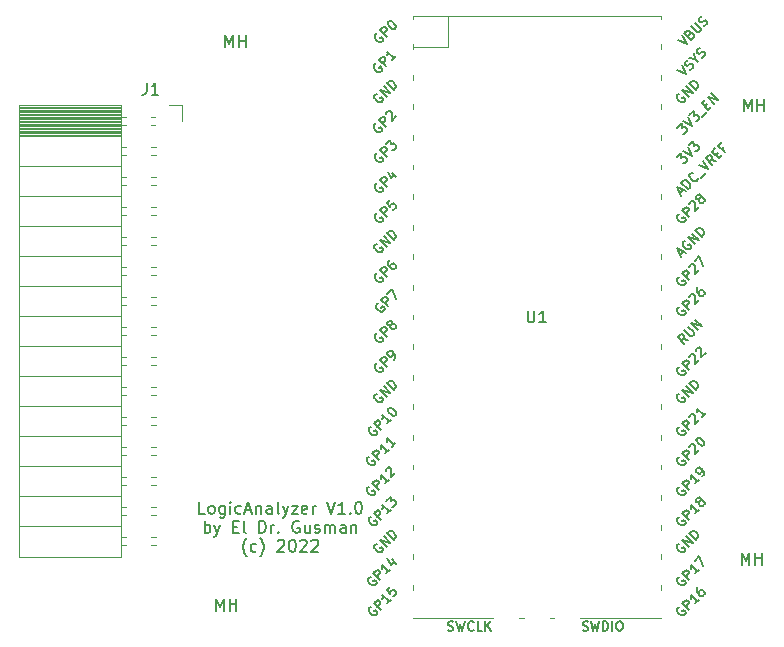
<source format=gto>
G04 #@! TF.GenerationSoftware,KiCad,Pcbnew,(6.0.4)*
G04 #@! TF.CreationDate,2022-06-28T09:06:08+02:00*
G04 #@! TF.ProjectId,LogicAnalyzer,4c6f6769-6341-46e6-916c-797a65722e6b,rev?*
G04 #@! TF.SameCoordinates,Original*
G04 #@! TF.FileFunction,Legend,Top*
G04 #@! TF.FilePolarity,Positive*
%FSLAX46Y46*%
G04 Gerber Fmt 4.6, Leading zero omitted, Abs format (unit mm)*
G04 Created by KiCad (PCBNEW (6.0.4)) date 2022-06-28 09:06:08*
%MOMM*%
%LPD*%
G01*
G04 APERTURE LIST*
%ADD10C,0.150000*%
%ADD11C,0.120000*%
%ADD12O,1.500000X1.500000*%
%ADD13O,1.800000X1.800000*%
%ADD14R,3.500000X1.700000*%
%ADD15O,1.700000X1.700000*%
%ADD16R,1.700000X1.700000*%
%ADD17R,1.700000X3.500000*%
%ADD18C,5.600000*%
%ADD19C,3.600000*%
G04 APERTURE END LIST*
D10*
X80119047Y-105442380D02*
X79642857Y-105442380D01*
X79642857Y-104442380D01*
X80595238Y-105442380D02*
X80500000Y-105394761D01*
X80452380Y-105347142D01*
X80404761Y-105251904D01*
X80404761Y-104966190D01*
X80452380Y-104870952D01*
X80500000Y-104823333D01*
X80595238Y-104775714D01*
X80738095Y-104775714D01*
X80833333Y-104823333D01*
X80880952Y-104870952D01*
X80928571Y-104966190D01*
X80928571Y-105251904D01*
X80880952Y-105347142D01*
X80833333Y-105394761D01*
X80738095Y-105442380D01*
X80595238Y-105442380D01*
X81785714Y-104775714D02*
X81785714Y-105585238D01*
X81738095Y-105680476D01*
X81690476Y-105728095D01*
X81595238Y-105775714D01*
X81452380Y-105775714D01*
X81357142Y-105728095D01*
X81785714Y-105394761D02*
X81690476Y-105442380D01*
X81500000Y-105442380D01*
X81404761Y-105394761D01*
X81357142Y-105347142D01*
X81309523Y-105251904D01*
X81309523Y-104966190D01*
X81357142Y-104870952D01*
X81404761Y-104823333D01*
X81500000Y-104775714D01*
X81690476Y-104775714D01*
X81785714Y-104823333D01*
X82261904Y-105442380D02*
X82261904Y-104775714D01*
X82261904Y-104442380D02*
X82214285Y-104490000D01*
X82261904Y-104537619D01*
X82309523Y-104490000D01*
X82261904Y-104442380D01*
X82261904Y-104537619D01*
X83166666Y-105394761D02*
X83071428Y-105442380D01*
X82880952Y-105442380D01*
X82785714Y-105394761D01*
X82738095Y-105347142D01*
X82690476Y-105251904D01*
X82690476Y-104966190D01*
X82738095Y-104870952D01*
X82785714Y-104823333D01*
X82880952Y-104775714D01*
X83071428Y-104775714D01*
X83166666Y-104823333D01*
X83547619Y-105156666D02*
X84023809Y-105156666D01*
X83452380Y-105442380D02*
X83785714Y-104442380D01*
X84119047Y-105442380D01*
X84452380Y-104775714D02*
X84452380Y-105442380D01*
X84452380Y-104870952D02*
X84500000Y-104823333D01*
X84595238Y-104775714D01*
X84738095Y-104775714D01*
X84833333Y-104823333D01*
X84880952Y-104918571D01*
X84880952Y-105442380D01*
X85785714Y-105442380D02*
X85785714Y-104918571D01*
X85738095Y-104823333D01*
X85642857Y-104775714D01*
X85452380Y-104775714D01*
X85357142Y-104823333D01*
X85785714Y-105394761D02*
X85690476Y-105442380D01*
X85452380Y-105442380D01*
X85357142Y-105394761D01*
X85309523Y-105299523D01*
X85309523Y-105204285D01*
X85357142Y-105109047D01*
X85452380Y-105061428D01*
X85690476Y-105061428D01*
X85785714Y-105013809D01*
X86404761Y-105442380D02*
X86309523Y-105394761D01*
X86261904Y-105299523D01*
X86261904Y-104442380D01*
X86690476Y-104775714D02*
X86928571Y-105442380D01*
X87166666Y-104775714D02*
X86928571Y-105442380D01*
X86833333Y-105680476D01*
X86785714Y-105728095D01*
X86690476Y-105775714D01*
X87452380Y-104775714D02*
X87976190Y-104775714D01*
X87452380Y-105442380D01*
X87976190Y-105442380D01*
X88738095Y-105394761D02*
X88642857Y-105442380D01*
X88452380Y-105442380D01*
X88357142Y-105394761D01*
X88309523Y-105299523D01*
X88309523Y-104918571D01*
X88357142Y-104823333D01*
X88452380Y-104775714D01*
X88642857Y-104775714D01*
X88738095Y-104823333D01*
X88785714Y-104918571D01*
X88785714Y-105013809D01*
X88309523Y-105109047D01*
X89214285Y-105442380D02*
X89214285Y-104775714D01*
X89214285Y-104966190D02*
X89261904Y-104870952D01*
X89309523Y-104823333D01*
X89404761Y-104775714D01*
X89500000Y-104775714D01*
X90452380Y-104442380D02*
X90785714Y-105442380D01*
X91119047Y-104442380D01*
X91976190Y-105442380D02*
X91404761Y-105442380D01*
X91690476Y-105442380D02*
X91690476Y-104442380D01*
X91595238Y-104585238D01*
X91500000Y-104680476D01*
X91404761Y-104728095D01*
X92404761Y-105347142D02*
X92452380Y-105394761D01*
X92404761Y-105442380D01*
X92357142Y-105394761D01*
X92404761Y-105347142D01*
X92404761Y-105442380D01*
X93071428Y-104442380D02*
X93166666Y-104442380D01*
X93261904Y-104490000D01*
X93309523Y-104537619D01*
X93357142Y-104632857D01*
X93404761Y-104823333D01*
X93404761Y-105061428D01*
X93357142Y-105251904D01*
X93309523Y-105347142D01*
X93261904Y-105394761D01*
X93166666Y-105442380D01*
X93071428Y-105442380D01*
X92976190Y-105394761D01*
X92928571Y-105347142D01*
X92880952Y-105251904D01*
X92833333Y-105061428D01*
X92833333Y-104823333D01*
X92880952Y-104632857D01*
X92928571Y-104537619D01*
X92976190Y-104490000D01*
X93071428Y-104442380D01*
X80071428Y-107052380D02*
X80071428Y-106052380D01*
X80071428Y-106433333D02*
X80166666Y-106385714D01*
X80357142Y-106385714D01*
X80452380Y-106433333D01*
X80500000Y-106480952D01*
X80547619Y-106576190D01*
X80547619Y-106861904D01*
X80500000Y-106957142D01*
X80452380Y-107004761D01*
X80357142Y-107052380D01*
X80166666Y-107052380D01*
X80071428Y-107004761D01*
X80880952Y-106385714D02*
X81119047Y-107052380D01*
X81357142Y-106385714D02*
X81119047Y-107052380D01*
X81023809Y-107290476D01*
X80976190Y-107338095D01*
X80880952Y-107385714D01*
X82500000Y-106528571D02*
X82833333Y-106528571D01*
X82976190Y-107052380D02*
X82500000Y-107052380D01*
X82500000Y-106052380D01*
X82976190Y-106052380D01*
X83547619Y-107052380D02*
X83452380Y-107004761D01*
X83404761Y-106909523D01*
X83404761Y-106052380D01*
X84690476Y-107052380D02*
X84690476Y-106052380D01*
X84928571Y-106052380D01*
X85071428Y-106100000D01*
X85166666Y-106195238D01*
X85214285Y-106290476D01*
X85261904Y-106480952D01*
X85261904Y-106623809D01*
X85214285Y-106814285D01*
X85166666Y-106909523D01*
X85071428Y-107004761D01*
X84928571Y-107052380D01*
X84690476Y-107052380D01*
X85690476Y-107052380D02*
X85690476Y-106385714D01*
X85690476Y-106576190D02*
X85738095Y-106480952D01*
X85785714Y-106433333D01*
X85880952Y-106385714D01*
X85976190Y-106385714D01*
X86309523Y-106957142D02*
X86357142Y-107004761D01*
X86309523Y-107052380D01*
X86261904Y-107004761D01*
X86309523Y-106957142D01*
X86309523Y-107052380D01*
X88071428Y-106100000D02*
X87976190Y-106052380D01*
X87833333Y-106052380D01*
X87690476Y-106100000D01*
X87595238Y-106195238D01*
X87547619Y-106290476D01*
X87500000Y-106480952D01*
X87500000Y-106623809D01*
X87547619Y-106814285D01*
X87595238Y-106909523D01*
X87690476Y-107004761D01*
X87833333Y-107052380D01*
X87928571Y-107052380D01*
X88071428Y-107004761D01*
X88119047Y-106957142D01*
X88119047Y-106623809D01*
X87928571Y-106623809D01*
X88976190Y-106385714D02*
X88976190Y-107052380D01*
X88547619Y-106385714D02*
X88547619Y-106909523D01*
X88595238Y-107004761D01*
X88690476Y-107052380D01*
X88833333Y-107052380D01*
X88928571Y-107004761D01*
X88976190Y-106957142D01*
X89404761Y-107004761D02*
X89500000Y-107052380D01*
X89690476Y-107052380D01*
X89785714Y-107004761D01*
X89833333Y-106909523D01*
X89833333Y-106861904D01*
X89785714Y-106766666D01*
X89690476Y-106719047D01*
X89547619Y-106719047D01*
X89452380Y-106671428D01*
X89404761Y-106576190D01*
X89404761Y-106528571D01*
X89452380Y-106433333D01*
X89547619Y-106385714D01*
X89690476Y-106385714D01*
X89785714Y-106433333D01*
X90261904Y-107052380D02*
X90261904Y-106385714D01*
X90261904Y-106480952D02*
X90309523Y-106433333D01*
X90404761Y-106385714D01*
X90547619Y-106385714D01*
X90642857Y-106433333D01*
X90690476Y-106528571D01*
X90690476Y-107052380D01*
X90690476Y-106528571D02*
X90738095Y-106433333D01*
X90833333Y-106385714D01*
X90976190Y-106385714D01*
X91071428Y-106433333D01*
X91119047Y-106528571D01*
X91119047Y-107052380D01*
X92023809Y-107052380D02*
X92023809Y-106528571D01*
X91976190Y-106433333D01*
X91880952Y-106385714D01*
X91690476Y-106385714D01*
X91595238Y-106433333D01*
X92023809Y-107004761D02*
X91928571Y-107052380D01*
X91690476Y-107052380D01*
X91595238Y-107004761D01*
X91547619Y-106909523D01*
X91547619Y-106814285D01*
X91595238Y-106719047D01*
X91690476Y-106671428D01*
X91928571Y-106671428D01*
X92023809Y-106623809D01*
X92500000Y-106385714D02*
X92500000Y-107052380D01*
X92500000Y-106480952D02*
X92547619Y-106433333D01*
X92642857Y-106385714D01*
X92785714Y-106385714D01*
X92880952Y-106433333D01*
X92928571Y-106528571D01*
X92928571Y-107052380D01*
X83642857Y-109043333D02*
X83595238Y-108995714D01*
X83500000Y-108852857D01*
X83452380Y-108757619D01*
X83404761Y-108614761D01*
X83357142Y-108376666D01*
X83357142Y-108186190D01*
X83404761Y-107948095D01*
X83452380Y-107805238D01*
X83500000Y-107710000D01*
X83595238Y-107567142D01*
X83642857Y-107519523D01*
X84452380Y-108614761D02*
X84357142Y-108662380D01*
X84166666Y-108662380D01*
X84071428Y-108614761D01*
X84023809Y-108567142D01*
X83976190Y-108471904D01*
X83976190Y-108186190D01*
X84023809Y-108090952D01*
X84071428Y-108043333D01*
X84166666Y-107995714D01*
X84357142Y-107995714D01*
X84452380Y-108043333D01*
X84785714Y-109043333D02*
X84833333Y-108995714D01*
X84928571Y-108852857D01*
X84976190Y-108757619D01*
X85023809Y-108614761D01*
X85071428Y-108376666D01*
X85071428Y-108186190D01*
X85023809Y-107948095D01*
X84976190Y-107805238D01*
X84928571Y-107710000D01*
X84833333Y-107567142D01*
X84785714Y-107519523D01*
X86261904Y-107757619D02*
X86309523Y-107710000D01*
X86404761Y-107662380D01*
X86642857Y-107662380D01*
X86738095Y-107710000D01*
X86785714Y-107757619D01*
X86833333Y-107852857D01*
X86833333Y-107948095D01*
X86785714Y-108090952D01*
X86214285Y-108662380D01*
X86833333Y-108662380D01*
X87452380Y-107662380D02*
X87547619Y-107662380D01*
X87642857Y-107710000D01*
X87690476Y-107757619D01*
X87738095Y-107852857D01*
X87785714Y-108043333D01*
X87785714Y-108281428D01*
X87738095Y-108471904D01*
X87690476Y-108567142D01*
X87642857Y-108614761D01*
X87547619Y-108662380D01*
X87452380Y-108662380D01*
X87357142Y-108614761D01*
X87309523Y-108567142D01*
X87261904Y-108471904D01*
X87214285Y-108281428D01*
X87214285Y-108043333D01*
X87261904Y-107852857D01*
X87309523Y-107757619D01*
X87357142Y-107710000D01*
X87452380Y-107662380D01*
X88166666Y-107757619D02*
X88214285Y-107710000D01*
X88309523Y-107662380D01*
X88547619Y-107662380D01*
X88642857Y-107710000D01*
X88690476Y-107757619D01*
X88738095Y-107852857D01*
X88738095Y-107948095D01*
X88690476Y-108090952D01*
X88119047Y-108662380D01*
X88738095Y-108662380D01*
X89119047Y-107757619D02*
X89166666Y-107710000D01*
X89261904Y-107662380D01*
X89500000Y-107662380D01*
X89595238Y-107710000D01*
X89642857Y-107757619D01*
X89690476Y-107852857D01*
X89690476Y-107948095D01*
X89642857Y-108090952D01*
X89071428Y-108662380D01*
X89690476Y-108662380D01*
X107423095Y-88237380D02*
X107423095Y-89046904D01*
X107470714Y-89142142D01*
X107518333Y-89189761D01*
X107613571Y-89237380D01*
X107804047Y-89237380D01*
X107899285Y-89189761D01*
X107946904Y-89142142D01*
X107994523Y-89046904D01*
X107994523Y-88237380D01*
X108994523Y-89237380D02*
X108423095Y-89237380D01*
X108708809Y-89237380D02*
X108708809Y-88237380D01*
X108613571Y-88380238D01*
X108518333Y-88475476D01*
X108423095Y-88523095D01*
X94174722Y-98065592D02*
X94093910Y-98092529D01*
X94013097Y-98173341D01*
X93959223Y-98281091D01*
X93959223Y-98388841D01*
X93986160Y-98469653D01*
X94066972Y-98604340D01*
X94147784Y-98685152D01*
X94282471Y-98765964D01*
X94363284Y-98792902D01*
X94471033Y-98792902D01*
X94578783Y-98739027D01*
X94632658Y-98685152D01*
X94686532Y-98577402D01*
X94686532Y-98523528D01*
X94497971Y-98334966D01*
X94390221Y-98442715D01*
X94982844Y-98334966D02*
X94417158Y-97769280D01*
X94632658Y-97553781D01*
X94713470Y-97526844D01*
X94767345Y-97526844D01*
X94848157Y-97553781D01*
X94928969Y-97634593D01*
X94955906Y-97715406D01*
X94955906Y-97769280D01*
X94928969Y-97850093D01*
X94713470Y-98065592D01*
X95844841Y-97472969D02*
X95521592Y-97796218D01*
X95683216Y-97634593D02*
X95117531Y-97068908D01*
X95144468Y-97203595D01*
X95144468Y-97311345D01*
X95117531Y-97392157D01*
X95629341Y-96557097D02*
X95683216Y-96503223D01*
X95764028Y-96476285D01*
X95817903Y-96476285D01*
X95898715Y-96503223D01*
X96033402Y-96584035D01*
X96168089Y-96718722D01*
X96248902Y-96853409D01*
X96275839Y-96934221D01*
X96275839Y-96988096D01*
X96248902Y-97068908D01*
X96195027Y-97122783D01*
X96114215Y-97149720D01*
X96060340Y-97149720D01*
X95979528Y-97122783D01*
X95844841Y-97041971D01*
X95710154Y-96907284D01*
X95629341Y-96772597D01*
X95602404Y-96691784D01*
X95602404Y-96637910D01*
X95629341Y-96557097D01*
X94028722Y-103145592D02*
X93947910Y-103172529D01*
X93867097Y-103253341D01*
X93813223Y-103361091D01*
X93813223Y-103468841D01*
X93840160Y-103549653D01*
X93920972Y-103684340D01*
X94001784Y-103765152D01*
X94136471Y-103845964D01*
X94217284Y-103872902D01*
X94325033Y-103872902D01*
X94432783Y-103819027D01*
X94486658Y-103765152D01*
X94540532Y-103657402D01*
X94540532Y-103603528D01*
X94351971Y-103414966D01*
X94244221Y-103522715D01*
X94836844Y-103414966D02*
X94271158Y-102849280D01*
X94486658Y-102633781D01*
X94567470Y-102606844D01*
X94621345Y-102606844D01*
X94702157Y-102633781D01*
X94782969Y-102714593D01*
X94809906Y-102795406D01*
X94809906Y-102849280D01*
X94782969Y-102930093D01*
X94567470Y-103145592D01*
X95698841Y-102552969D02*
X95375592Y-102876218D01*
X95537216Y-102714593D02*
X94971531Y-102148908D01*
X94998468Y-102283595D01*
X94998468Y-102391345D01*
X94971531Y-102472157D01*
X95402529Y-101825659D02*
X95402529Y-101771784D01*
X95429467Y-101690972D01*
X95564154Y-101556285D01*
X95644966Y-101529348D01*
X95698841Y-101529348D01*
X95779653Y-101556285D01*
X95833528Y-101610160D01*
X95887402Y-101717910D01*
X95887402Y-102364407D01*
X96237589Y-102014221D01*
X120271158Y-107983155D02*
X120190346Y-108010093D01*
X120109534Y-108090905D01*
X120055659Y-108198654D01*
X120055659Y-108306404D01*
X120082597Y-108387216D01*
X120163409Y-108521903D01*
X120244221Y-108602715D01*
X120378908Y-108683528D01*
X120459720Y-108710465D01*
X120567470Y-108710465D01*
X120675219Y-108656590D01*
X120729094Y-108602715D01*
X120782969Y-108494966D01*
X120782969Y-108441091D01*
X120594407Y-108252529D01*
X120486658Y-108360279D01*
X121079280Y-108252529D02*
X120513595Y-107686844D01*
X121402529Y-107929280D01*
X120836844Y-107363595D01*
X121671903Y-107659906D02*
X121106218Y-107094221D01*
X121240905Y-106959534D01*
X121348654Y-106905659D01*
X121456404Y-106905659D01*
X121537216Y-106932597D01*
X121671903Y-107013409D01*
X121752715Y-107094221D01*
X121833528Y-107228908D01*
X121860465Y-107309720D01*
X121860465Y-107417470D01*
X121806590Y-107525219D01*
X121671903Y-107659906D01*
X120282722Y-80031592D02*
X120201910Y-80058529D01*
X120121097Y-80139341D01*
X120067223Y-80247091D01*
X120067223Y-80354841D01*
X120094160Y-80435653D01*
X120174972Y-80570340D01*
X120255784Y-80651152D01*
X120390471Y-80731964D01*
X120471284Y-80758902D01*
X120579033Y-80758902D01*
X120686783Y-80705027D01*
X120740658Y-80651152D01*
X120794532Y-80543402D01*
X120794532Y-80489528D01*
X120605971Y-80300966D01*
X120498221Y-80408715D01*
X121090844Y-80300966D02*
X120525158Y-79735280D01*
X120740658Y-79519781D01*
X120821470Y-79492844D01*
X120875345Y-79492844D01*
X120956157Y-79519781D01*
X121036969Y-79600593D01*
X121063906Y-79681406D01*
X121063906Y-79735280D01*
X121036969Y-79816093D01*
X120821470Y-80031592D01*
X121117781Y-79250407D02*
X121117781Y-79196532D01*
X121144719Y-79115720D01*
X121279406Y-78981033D01*
X121360218Y-78954096D01*
X121414093Y-78954096D01*
X121494905Y-78981033D01*
X121548780Y-79034908D01*
X121602654Y-79142658D01*
X121602654Y-79789155D01*
X121952841Y-79438969D01*
X121952841Y-78792471D02*
X121872028Y-78819409D01*
X121818154Y-78819409D01*
X121737341Y-78792471D01*
X121710404Y-78765534D01*
X121683467Y-78684722D01*
X121683467Y-78630847D01*
X121710404Y-78550035D01*
X121818154Y-78442285D01*
X121898966Y-78415348D01*
X121952841Y-78415348D01*
X122033653Y-78442285D01*
X122060590Y-78469223D01*
X122087528Y-78550035D01*
X122087528Y-78603910D01*
X122060590Y-78684722D01*
X121952841Y-78792471D01*
X121925903Y-78873284D01*
X121925903Y-78927158D01*
X121952841Y-79007971D01*
X122060590Y-79115720D01*
X122141402Y-79142658D01*
X122195277Y-79142658D01*
X122276089Y-79115720D01*
X122383839Y-79007971D01*
X122410776Y-78927158D01*
X122410776Y-78873284D01*
X122383839Y-78792471D01*
X122276089Y-78684722D01*
X122195277Y-78657784D01*
X122141402Y-78657784D01*
X122060590Y-78684722D01*
X120282722Y-113305592D02*
X120201910Y-113332529D01*
X120121097Y-113413341D01*
X120067223Y-113521091D01*
X120067223Y-113628841D01*
X120094160Y-113709653D01*
X120174972Y-113844340D01*
X120255784Y-113925152D01*
X120390471Y-114005964D01*
X120471284Y-114032902D01*
X120579033Y-114032902D01*
X120686783Y-113979027D01*
X120740658Y-113925152D01*
X120794532Y-113817402D01*
X120794532Y-113763528D01*
X120605971Y-113574966D01*
X120498221Y-113682715D01*
X121090844Y-113574966D02*
X120525158Y-113009280D01*
X120740658Y-112793781D01*
X120821470Y-112766844D01*
X120875345Y-112766844D01*
X120956157Y-112793781D01*
X121036969Y-112874593D01*
X121063906Y-112955406D01*
X121063906Y-113009280D01*
X121036969Y-113090093D01*
X120821470Y-113305592D01*
X121952841Y-112712969D02*
X121629592Y-113036218D01*
X121791216Y-112874593D02*
X121225531Y-112308908D01*
X121252468Y-112443595D01*
X121252468Y-112551345D01*
X121225531Y-112632157D01*
X121872028Y-111662410D02*
X121764279Y-111770160D01*
X121737341Y-111850972D01*
X121737341Y-111904847D01*
X121764279Y-112039534D01*
X121845091Y-112174221D01*
X122060590Y-112389720D01*
X122141402Y-112416658D01*
X122195277Y-112416658D01*
X122276089Y-112389720D01*
X122383839Y-112281971D01*
X122410776Y-112201158D01*
X122410776Y-112147284D01*
X122383839Y-112066471D01*
X122249152Y-111931784D01*
X122168340Y-111904847D01*
X122114465Y-111904847D01*
X122033653Y-111931784D01*
X121925903Y-112039534D01*
X121898966Y-112120346D01*
X121898966Y-112174221D01*
X121925903Y-112255033D01*
X112089761Y-115308809D02*
X112204047Y-115346904D01*
X112394523Y-115346904D01*
X112470714Y-115308809D01*
X112508809Y-115270714D01*
X112546904Y-115194523D01*
X112546904Y-115118333D01*
X112508809Y-115042142D01*
X112470714Y-115004047D01*
X112394523Y-114965952D01*
X112242142Y-114927857D01*
X112165952Y-114889761D01*
X112127857Y-114851666D01*
X112089761Y-114775476D01*
X112089761Y-114699285D01*
X112127857Y-114623095D01*
X112165952Y-114585000D01*
X112242142Y-114546904D01*
X112432619Y-114546904D01*
X112546904Y-114585000D01*
X112813571Y-114546904D02*
X113004047Y-115346904D01*
X113156428Y-114775476D01*
X113308809Y-115346904D01*
X113499285Y-114546904D01*
X113804047Y-115346904D02*
X113804047Y-114546904D01*
X113994523Y-114546904D01*
X114108809Y-114585000D01*
X114185000Y-114661190D01*
X114223095Y-114737380D01*
X114261190Y-114889761D01*
X114261190Y-115004047D01*
X114223095Y-115156428D01*
X114185000Y-115232619D01*
X114108809Y-115308809D01*
X113994523Y-115346904D01*
X113804047Y-115346904D01*
X114604047Y-115346904D02*
X114604047Y-114546904D01*
X115137380Y-114546904D02*
X115289761Y-114546904D01*
X115365952Y-114585000D01*
X115442142Y-114661190D01*
X115480238Y-114813571D01*
X115480238Y-115080238D01*
X115442142Y-115232619D01*
X115365952Y-115308809D01*
X115289761Y-115346904D01*
X115137380Y-115346904D01*
X115061190Y-115308809D01*
X114985000Y-115232619D01*
X114946904Y-115080238D01*
X114946904Y-114813571D01*
X114985000Y-114661190D01*
X115061190Y-114585000D01*
X115137380Y-114546904D01*
X120107131Y-72743308D02*
X120457317Y-72393122D01*
X120484255Y-72797183D01*
X120565067Y-72716370D01*
X120645879Y-72689433D01*
X120699754Y-72689433D01*
X120780566Y-72716370D01*
X120915253Y-72851057D01*
X120942190Y-72931870D01*
X120942190Y-72985744D01*
X120915253Y-73066557D01*
X120753629Y-73228181D01*
X120672816Y-73255118D01*
X120618942Y-73255118D01*
X120618942Y-72231497D02*
X121373189Y-72608621D01*
X120996065Y-71854374D01*
X121130752Y-71719687D02*
X121480938Y-71369500D01*
X121507876Y-71773561D01*
X121588688Y-71692749D01*
X121669500Y-71665812D01*
X121723375Y-71665812D01*
X121804187Y-71692749D01*
X121938874Y-71827436D01*
X121965812Y-71908248D01*
X121965812Y-71962123D01*
X121938874Y-72042935D01*
X121777250Y-72204560D01*
X121696438Y-72231497D01*
X121642563Y-72231497D01*
X122208248Y-71881311D02*
X122639247Y-71450312D01*
X122423748Y-70965439D02*
X122612309Y-70776877D01*
X122989433Y-70992377D02*
X122720059Y-71261751D01*
X122154374Y-70696065D01*
X122423748Y-70426691D01*
X123231870Y-70749940D02*
X122666184Y-70184255D01*
X123555118Y-70426691D01*
X122989433Y-69861006D01*
X94671158Y-69883155D02*
X94590346Y-69910093D01*
X94509534Y-69990905D01*
X94455659Y-70098654D01*
X94455659Y-70206404D01*
X94482597Y-70287216D01*
X94563409Y-70421903D01*
X94644221Y-70502715D01*
X94778908Y-70583528D01*
X94859720Y-70610465D01*
X94967470Y-70610465D01*
X95075219Y-70556590D01*
X95129094Y-70502715D01*
X95182969Y-70394966D01*
X95182969Y-70341091D01*
X94994407Y-70152529D01*
X94886658Y-70260279D01*
X95479280Y-70152529D02*
X94913595Y-69586844D01*
X95802529Y-69829280D01*
X95236844Y-69263595D01*
X96071903Y-69559906D02*
X95506218Y-68994221D01*
X95640905Y-68859534D01*
X95748654Y-68805659D01*
X95856404Y-68805659D01*
X95937216Y-68832597D01*
X96071903Y-68913409D01*
X96152715Y-68994221D01*
X96233528Y-69128908D01*
X96260465Y-69209720D01*
X96260465Y-69317470D01*
X96206590Y-69425219D01*
X96071903Y-69559906D01*
X94698096Y-77476218D02*
X94617284Y-77503155D01*
X94536471Y-77583967D01*
X94482597Y-77691717D01*
X94482597Y-77799467D01*
X94509534Y-77880279D01*
X94590346Y-78014966D01*
X94671158Y-78095778D01*
X94805845Y-78176590D01*
X94886658Y-78203528D01*
X94994407Y-78203528D01*
X95102157Y-78149653D01*
X95156032Y-78095778D01*
X95209906Y-77988028D01*
X95209906Y-77934154D01*
X95021345Y-77745592D01*
X94913595Y-77853341D01*
X95506218Y-77745592D02*
X94940532Y-77179906D01*
X95156032Y-76964407D01*
X95236844Y-76937470D01*
X95290719Y-76937470D01*
X95371531Y-76964407D01*
X95452343Y-77045219D01*
X95479280Y-77126032D01*
X95479280Y-77179906D01*
X95452343Y-77260719D01*
X95236844Y-77476218D01*
X95937216Y-76560346D02*
X96314340Y-76937470D01*
X95587030Y-76479534D02*
X95856404Y-77018282D01*
X96206590Y-76668096D01*
X120138129Y-65312309D02*
X120892377Y-65689433D01*
X120515253Y-64935186D01*
X121161751Y-64827436D02*
X121269500Y-64773561D01*
X121323375Y-64773561D01*
X121404187Y-64800499D01*
X121484999Y-64881311D01*
X121511937Y-64962123D01*
X121511937Y-65015998D01*
X121485000Y-65096810D01*
X121269500Y-65312309D01*
X120703815Y-64746624D01*
X120892377Y-64558062D01*
X120973189Y-64531125D01*
X121027064Y-64531125D01*
X121107876Y-64558062D01*
X121161751Y-64611937D01*
X121188688Y-64692749D01*
X121188688Y-64746624D01*
X121161751Y-64827436D01*
X120973189Y-65015998D01*
X121269500Y-64180938D02*
X121727436Y-64638874D01*
X121808248Y-64665812D01*
X121862123Y-64665812D01*
X121942935Y-64638874D01*
X122050685Y-64531125D01*
X122077622Y-64450312D01*
X122077622Y-64396438D01*
X122050685Y-64315625D01*
X121592749Y-63857690D01*
X122373934Y-64154001D02*
X122481683Y-64100126D01*
X122616370Y-63965439D01*
X122643308Y-63884627D01*
X122643308Y-63830752D01*
X122616370Y-63749940D01*
X122562496Y-63696065D01*
X122481683Y-63669128D01*
X122427809Y-63669128D01*
X122346996Y-63696065D01*
X122212309Y-63776877D01*
X122131497Y-63803815D01*
X122077622Y-63803815D01*
X121996810Y-63776877D01*
X121942935Y-63723003D01*
X121915998Y-63642190D01*
X121915998Y-63588316D01*
X121942935Y-63507503D01*
X122077622Y-63372816D01*
X122185372Y-63318942D01*
X120271158Y-95283155D02*
X120190346Y-95310093D01*
X120109534Y-95390905D01*
X120055659Y-95498654D01*
X120055659Y-95606404D01*
X120082597Y-95687216D01*
X120163409Y-95821903D01*
X120244221Y-95902715D01*
X120378908Y-95983528D01*
X120459720Y-96010465D01*
X120567470Y-96010465D01*
X120675219Y-95956590D01*
X120729094Y-95902715D01*
X120782969Y-95794966D01*
X120782969Y-95741091D01*
X120594407Y-95552529D01*
X120486658Y-95660279D01*
X121079280Y-95552529D02*
X120513595Y-94986844D01*
X121402529Y-95229280D01*
X120836844Y-94663595D01*
X121671903Y-94959906D02*
X121106218Y-94394221D01*
X121240905Y-94259534D01*
X121348654Y-94205659D01*
X121456404Y-94205659D01*
X121537216Y-94232597D01*
X121671903Y-94313409D01*
X121752715Y-94394221D01*
X121833528Y-94528908D01*
X121860465Y-94609720D01*
X121860465Y-94717470D01*
X121806590Y-94825219D01*
X121671903Y-94959906D01*
X94698096Y-85096218D02*
X94617284Y-85123155D01*
X94536471Y-85203967D01*
X94482597Y-85311717D01*
X94482597Y-85419467D01*
X94509534Y-85500279D01*
X94590346Y-85634966D01*
X94671158Y-85715778D01*
X94805845Y-85796590D01*
X94886658Y-85823528D01*
X94994407Y-85823528D01*
X95102157Y-85769653D01*
X95156032Y-85715778D01*
X95209906Y-85608028D01*
X95209906Y-85554154D01*
X95021345Y-85365592D01*
X94913595Y-85473341D01*
X95506218Y-85365592D02*
X94940532Y-84799906D01*
X95156032Y-84584407D01*
X95236844Y-84557470D01*
X95290719Y-84557470D01*
X95371531Y-84584407D01*
X95452343Y-84665219D01*
X95479280Y-84746032D01*
X95479280Y-84799906D01*
X95452343Y-84880719D01*
X95236844Y-85096218D01*
X95748654Y-83991784D02*
X95640905Y-84099534D01*
X95613967Y-84180346D01*
X95613967Y-84234221D01*
X95640905Y-84368908D01*
X95721717Y-84503595D01*
X95937216Y-84719094D01*
X96018028Y-84746032D01*
X96071903Y-84746032D01*
X96152715Y-84719094D01*
X96260465Y-84611345D01*
X96287402Y-84530532D01*
X96287402Y-84476658D01*
X96260465Y-84395845D01*
X96125778Y-84261158D01*
X96044966Y-84234221D01*
X95991091Y-84234221D01*
X95910279Y-84261158D01*
X95802529Y-84368908D01*
X95775592Y-84449720D01*
X95775592Y-84503595D01*
X95802529Y-84584407D01*
X120282722Y-103145592D02*
X120201910Y-103172529D01*
X120121097Y-103253341D01*
X120067223Y-103361091D01*
X120067223Y-103468841D01*
X120094160Y-103549653D01*
X120174972Y-103684340D01*
X120255784Y-103765152D01*
X120390471Y-103845964D01*
X120471284Y-103872902D01*
X120579033Y-103872902D01*
X120686783Y-103819027D01*
X120740658Y-103765152D01*
X120794532Y-103657402D01*
X120794532Y-103603528D01*
X120605971Y-103414966D01*
X120498221Y-103522715D01*
X121090844Y-103414966D02*
X120525158Y-102849280D01*
X120740658Y-102633781D01*
X120821470Y-102606844D01*
X120875345Y-102606844D01*
X120956157Y-102633781D01*
X121036969Y-102714593D01*
X121063906Y-102795406D01*
X121063906Y-102849280D01*
X121036969Y-102930093D01*
X120821470Y-103145592D01*
X121952841Y-102552969D02*
X121629592Y-102876218D01*
X121791216Y-102714593D02*
X121225531Y-102148908D01*
X121252468Y-102283595D01*
X121252468Y-102391345D01*
X121225531Y-102472157D01*
X122222215Y-102283595D02*
X122329964Y-102175845D01*
X122356902Y-102095033D01*
X122356902Y-102041158D01*
X122329964Y-101906471D01*
X122249152Y-101771784D01*
X122033653Y-101556285D01*
X121952841Y-101529348D01*
X121898966Y-101529348D01*
X121818154Y-101556285D01*
X121710404Y-101664035D01*
X121683467Y-101744847D01*
X121683467Y-101798722D01*
X121710404Y-101879534D01*
X121845091Y-102014221D01*
X121925903Y-102041158D01*
X121979778Y-102041158D01*
X122060590Y-102014221D01*
X122168340Y-101906471D01*
X122195277Y-101825659D01*
X122195277Y-101771784D01*
X122168340Y-101690972D01*
X94174722Y-105685592D02*
X94093910Y-105712529D01*
X94013097Y-105793341D01*
X93959223Y-105901091D01*
X93959223Y-106008841D01*
X93986160Y-106089653D01*
X94066972Y-106224340D01*
X94147784Y-106305152D01*
X94282471Y-106385964D01*
X94363284Y-106412902D01*
X94471033Y-106412902D01*
X94578783Y-106359027D01*
X94632658Y-106305152D01*
X94686532Y-106197402D01*
X94686532Y-106143528D01*
X94497971Y-105954966D01*
X94390221Y-106062715D01*
X94982844Y-105954966D02*
X94417158Y-105389280D01*
X94632658Y-105173781D01*
X94713470Y-105146844D01*
X94767345Y-105146844D01*
X94848157Y-105173781D01*
X94928969Y-105254593D01*
X94955906Y-105335406D01*
X94955906Y-105389280D01*
X94928969Y-105470093D01*
X94713470Y-105685592D01*
X95844841Y-105092969D02*
X95521592Y-105416218D01*
X95683216Y-105254593D02*
X95117531Y-104688908D01*
X95144468Y-104823595D01*
X95144468Y-104931345D01*
X95117531Y-105012157D01*
X95467717Y-104338722D02*
X95817903Y-103988536D01*
X95844841Y-104392597D01*
X95925653Y-104311784D01*
X96006465Y-104284847D01*
X96060340Y-104284847D01*
X96141152Y-104311784D01*
X96275839Y-104446471D01*
X96302776Y-104527284D01*
X96302776Y-104581158D01*
X96275839Y-104661971D01*
X96114215Y-104823595D01*
X96033402Y-104850532D01*
X95979528Y-104850532D01*
X120282722Y-92985592D02*
X120201910Y-93012529D01*
X120121097Y-93093341D01*
X120067223Y-93201091D01*
X120067223Y-93308841D01*
X120094160Y-93389653D01*
X120174972Y-93524340D01*
X120255784Y-93605152D01*
X120390471Y-93685964D01*
X120471284Y-93712902D01*
X120579033Y-93712902D01*
X120686783Y-93659027D01*
X120740658Y-93605152D01*
X120794532Y-93497402D01*
X120794532Y-93443528D01*
X120605971Y-93254966D01*
X120498221Y-93362715D01*
X121090844Y-93254966D02*
X120525158Y-92689280D01*
X120740658Y-92473781D01*
X120821470Y-92446844D01*
X120875345Y-92446844D01*
X120956157Y-92473781D01*
X121036969Y-92554593D01*
X121063906Y-92635406D01*
X121063906Y-92689280D01*
X121036969Y-92770093D01*
X120821470Y-92985592D01*
X121117781Y-92204407D02*
X121117781Y-92150532D01*
X121144719Y-92069720D01*
X121279406Y-91935033D01*
X121360218Y-91908096D01*
X121414093Y-91908096D01*
X121494905Y-91935033D01*
X121548780Y-91988908D01*
X121602654Y-92096658D01*
X121602654Y-92743155D01*
X121952841Y-92392969D01*
X121656529Y-91665659D02*
X121656529Y-91611784D01*
X121683467Y-91530972D01*
X121818154Y-91396285D01*
X121898966Y-91369348D01*
X121952841Y-91369348D01*
X122033653Y-91396285D01*
X122087528Y-91450160D01*
X122141402Y-91557910D01*
X122141402Y-92204407D01*
X122491589Y-91854221D01*
X120282722Y-100605592D02*
X120201910Y-100632529D01*
X120121097Y-100713341D01*
X120067223Y-100821091D01*
X120067223Y-100928841D01*
X120094160Y-101009653D01*
X120174972Y-101144340D01*
X120255784Y-101225152D01*
X120390471Y-101305964D01*
X120471284Y-101332902D01*
X120579033Y-101332902D01*
X120686783Y-101279027D01*
X120740658Y-101225152D01*
X120794532Y-101117402D01*
X120794532Y-101063528D01*
X120605971Y-100874966D01*
X120498221Y-100982715D01*
X121090844Y-100874966D02*
X120525158Y-100309280D01*
X120740658Y-100093781D01*
X120821470Y-100066844D01*
X120875345Y-100066844D01*
X120956157Y-100093781D01*
X121036969Y-100174593D01*
X121063906Y-100255406D01*
X121063906Y-100309280D01*
X121036969Y-100390093D01*
X120821470Y-100605592D01*
X121117781Y-99824407D02*
X121117781Y-99770532D01*
X121144719Y-99689720D01*
X121279406Y-99555033D01*
X121360218Y-99528096D01*
X121414093Y-99528096D01*
X121494905Y-99555033D01*
X121548780Y-99608908D01*
X121602654Y-99716658D01*
X121602654Y-100363155D01*
X121952841Y-100012969D01*
X121737341Y-99097097D02*
X121791216Y-99043223D01*
X121872028Y-99016285D01*
X121925903Y-99016285D01*
X122006715Y-99043223D01*
X122141402Y-99124035D01*
X122276089Y-99258722D01*
X122356902Y-99393409D01*
X122383839Y-99474221D01*
X122383839Y-99528096D01*
X122356902Y-99608908D01*
X122303027Y-99662783D01*
X122222215Y-99689720D01*
X122168340Y-99689720D01*
X122087528Y-99662783D01*
X121952841Y-99581971D01*
X121818154Y-99447284D01*
X121737341Y-99312597D01*
X121710404Y-99231784D01*
X121710404Y-99177910D01*
X121737341Y-99097097D01*
X120336597Y-83525964D02*
X120605971Y-83256590D01*
X120444346Y-83741463D02*
X120067223Y-82987216D01*
X120821470Y-83364340D01*
X120767595Y-82340719D02*
X120686783Y-82367656D01*
X120605971Y-82448468D01*
X120552096Y-82556218D01*
X120552096Y-82663967D01*
X120579033Y-82744780D01*
X120659845Y-82879467D01*
X120740658Y-82960279D01*
X120875345Y-83041091D01*
X120956157Y-83068028D01*
X121063906Y-83068028D01*
X121171656Y-83014154D01*
X121225531Y-82960279D01*
X121279406Y-82852529D01*
X121279406Y-82798654D01*
X121090844Y-82610093D01*
X120983094Y-82717842D01*
X121575717Y-82610093D02*
X121010032Y-82044407D01*
X121898966Y-82286844D01*
X121333280Y-81721158D01*
X122168340Y-82017470D02*
X121602654Y-81451784D01*
X121737341Y-81317097D01*
X121845091Y-81263223D01*
X121952841Y-81263223D01*
X122033653Y-81290160D01*
X122168340Y-81370972D01*
X122249152Y-81451784D01*
X122329964Y-81586471D01*
X122356902Y-81667284D01*
X122356902Y-81775033D01*
X122303027Y-81882783D01*
X122168340Y-82017470D01*
X94671158Y-82583155D02*
X94590346Y-82610093D01*
X94509534Y-82690905D01*
X94455659Y-82798654D01*
X94455659Y-82906404D01*
X94482597Y-82987216D01*
X94563409Y-83121903D01*
X94644221Y-83202715D01*
X94778908Y-83283528D01*
X94859720Y-83310465D01*
X94967470Y-83310465D01*
X95075219Y-83256590D01*
X95129094Y-83202715D01*
X95182969Y-83094966D01*
X95182969Y-83041091D01*
X94994407Y-82852529D01*
X94886658Y-82960279D01*
X95479280Y-82852529D02*
X94913595Y-82286844D01*
X95802529Y-82529280D01*
X95236844Y-81963595D01*
X96071903Y-82259906D02*
X95506218Y-81694221D01*
X95640905Y-81559534D01*
X95748654Y-81505659D01*
X95856404Y-81505659D01*
X95937216Y-81532597D01*
X96071903Y-81613409D01*
X96152715Y-81694221D01*
X96233528Y-81828908D01*
X96260465Y-81909720D01*
X96260465Y-82017470D01*
X96206590Y-82125219D01*
X96071903Y-82259906D01*
X121023375Y-90728435D02*
X120565439Y-90647622D01*
X120700126Y-91051683D02*
X120134441Y-90485998D01*
X120349940Y-90270499D01*
X120430752Y-90243561D01*
X120484627Y-90243561D01*
X120565439Y-90270499D01*
X120646251Y-90351311D01*
X120673189Y-90432123D01*
X120673189Y-90485998D01*
X120646251Y-90566810D01*
X120430752Y-90782309D01*
X120700126Y-89920312D02*
X121158062Y-90378248D01*
X121238874Y-90405186D01*
X121292749Y-90405186D01*
X121373561Y-90378248D01*
X121481311Y-90270499D01*
X121508248Y-90189687D01*
X121508248Y-90135812D01*
X121481311Y-90055000D01*
X121023375Y-89597064D01*
X121858435Y-89893375D02*
X121292749Y-89327690D01*
X122181683Y-89570126D01*
X121615998Y-89004441D01*
X94698096Y-64776218D02*
X94617284Y-64803155D01*
X94536471Y-64883967D01*
X94482597Y-64991717D01*
X94482597Y-65099467D01*
X94509534Y-65180279D01*
X94590346Y-65314966D01*
X94671158Y-65395778D01*
X94805845Y-65476590D01*
X94886658Y-65503528D01*
X94994407Y-65503528D01*
X95102157Y-65449653D01*
X95156032Y-65395778D01*
X95209906Y-65288028D01*
X95209906Y-65234154D01*
X95021345Y-65045592D01*
X94913595Y-65153341D01*
X95506218Y-65045592D02*
X94940532Y-64479906D01*
X95156032Y-64264407D01*
X95236844Y-64237470D01*
X95290719Y-64237470D01*
X95371531Y-64264407D01*
X95452343Y-64345219D01*
X95479280Y-64426032D01*
X95479280Y-64479906D01*
X95452343Y-64560719D01*
X95236844Y-64776218D01*
X95613967Y-63806471D02*
X95667842Y-63752597D01*
X95748654Y-63725659D01*
X95802529Y-63725659D01*
X95883341Y-63752597D01*
X96018028Y-63833409D01*
X96152715Y-63968096D01*
X96233528Y-64102783D01*
X96260465Y-64183595D01*
X96260465Y-64237470D01*
X96233528Y-64318282D01*
X96179653Y-64372157D01*
X96098841Y-64399094D01*
X96044966Y-64399094D01*
X95964154Y-64372157D01*
X95829467Y-64291345D01*
X95694780Y-64156658D01*
X95613967Y-64021971D01*
X95587030Y-63941158D01*
X95587030Y-63887284D01*
X95613967Y-63806471D01*
X94598096Y-67306218D02*
X94517284Y-67333155D01*
X94436471Y-67413967D01*
X94382597Y-67521717D01*
X94382597Y-67629467D01*
X94409534Y-67710279D01*
X94490346Y-67844966D01*
X94571158Y-67925778D01*
X94705845Y-68006590D01*
X94786658Y-68033528D01*
X94894407Y-68033528D01*
X95002157Y-67979653D01*
X95056032Y-67925778D01*
X95109906Y-67818028D01*
X95109906Y-67764154D01*
X94921345Y-67575592D01*
X94813595Y-67683341D01*
X95406218Y-67575592D02*
X94840532Y-67009906D01*
X95056032Y-66794407D01*
X95136844Y-66767470D01*
X95190719Y-66767470D01*
X95271531Y-66794407D01*
X95352343Y-66875219D01*
X95379280Y-66956032D01*
X95379280Y-67009906D01*
X95352343Y-67090719D01*
X95136844Y-67306218D01*
X96268215Y-66713595D02*
X95944966Y-67036844D01*
X96106590Y-66875219D02*
X95540905Y-66309534D01*
X95567842Y-66444221D01*
X95567842Y-66551971D01*
X95540905Y-66632783D01*
X120105473Y-67854966D02*
X120859720Y-68232089D01*
X120482597Y-67477842D01*
X121182969Y-67854966D02*
X121290719Y-67801091D01*
X121425406Y-67666404D01*
X121452343Y-67585592D01*
X121452343Y-67531717D01*
X121425406Y-67450905D01*
X121371531Y-67397030D01*
X121290719Y-67370093D01*
X121236844Y-67370093D01*
X121156032Y-67397030D01*
X121021345Y-67477842D01*
X120940532Y-67504780D01*
X120886658Y-67504780D01*
X120805845Y-67477842D01*
X120751971Y-67423967D01*
X120725033Y-67343155D01*
X120725033Y-67289280D01*
X120751971Y-67208468D01*
X120886658Y-67073781D01*
X120994407Y-67019906D01*
X121613967Y-66939094D02*
X121883341Y-67208468D01*
X121129094Y-66831345D02*
X121613967Y-66939094D01*
X121506218Y-66454221D01*
X122206590Y-66831345D02*
X122314340Y-66777470D01*
X122449027Y-66642783D01*
X122475964Y-66561971D01*
X122475964Y-66508096D01*
X122449027Y-66427284D01*
X122395152Y-66373409D01*
X122314340Y-66346471D01*
X122260465Y-66346471D01*
X122179653Y-66373409D01*
X122044966Y-66454221D01*
X121964154Y-66481158D01*
X121910279Y-66481158D01*
X121829467Y-66454221D01*
X121775592Y-66400346D01*
X121748654Y-66319534D01*
X121748654Y-66265659D01*
X121775592Y-66184847D01*
X121910279Y-66050160D01*
X122018028Y-65996285D01*
X94698096Y-90176218D02*
X94617284Y-90203155D01*
X94536471Y-90283967D01*
X94482597Y-90391717D01*
X94482597Y-90499467D01*
X94509534Y-90580279D01*
X94590346Y-90714966D01*
X94671158Y-90795778D01*
X94805845Y-90876590D01*
X94886658Y-90903528D01*
X94994407Y-90903528D01*
X95102157Y-90849653D01*
X95156032Y-90795778D01*
X95209906Y-90688028D01*
X95209906Y-90634154D01*
X95021345Y-90445592D01*
X94913595Y-90553341D01*
X95506218Y-90445592D02*
X94940532Y-89879906D01*
X95156032Y-89664407D01*
X95236844Y-89637470D01*
X95290719Y-89637470D01*
X95371531Y-89664407D01*
X95452343Y-89745219D01*
X95479280Y-89826032D01*
X95479280Y-89879906D01*
X95452343Y-89960719D01*
X95236844Y-90176218D01*
X95829467Y-89475845D02*
X95748654Y-89502783D01*
X95694780Y-89502783D01*
X95613967Y-89475845D01*
X95587030Y-89448908D01*
X95560093Y-89368096D01*
X95560093Y-89314221D01*
X95587030Y-89233409D01*
X95694780Y-89125659D01*
X95775592Y-89098722D01*
X95829467Y-89098722D01*
X95910279Y-89125659D01*
X95937216Y-89152597D01*
X95964154Y-89233409D01*
X95964154Y-89287284D01*
X95937216Y-89368096D01*
X95829467Y-89475845D01*
X95802529Y-89556658D01*
X95802529Y-89610532D01*
X95829467Y-89691345D01*
X95937216Y-89799094D01*
X96018028Y-89826032D01*
X96071903Y-89826032D01*
X96152715Y-89799094D01*
X96260465Y-89691345D01*
X96287402Y-89610532D01*
X96287402Y-89556658D01*
X96260465Y-89475845D01*
X96152715Y-89368096D01*
X96071903Y-89341158D01*
X96018028Y-89341158D01*
X95937216Y-89368096D01*
X94174722Y-113305592D02*
X94093910Y-113332529D01*
X94013097Y-113413341D01*
X93959223Y-113521091D01*
X93959223Y-113628841D01*
X93986160Y-113709653D01*
X94066972Y-113844340D01*
X94147784Y-113925152D01*
X94282471Y-114005964D01*
X94363284Y-114032902D01*
X94471033Y-114032902D01*
X94578783Y-113979027D01*
X94632658Y-113925152D01*
X94686532Y-113817402D01*
X94686532Y-113763528D01*
X94497971Y-113574966D01*
X94390221Y-113682715D01*
X94982844Y-113574966D02*
X94417158Y-113009280D01*
X94632658Y-112793781D01*
X94713470Y-112766844D01*
X94767345Y-112766844D01*
X94848157Y-112793781D01*
X94928969Y-112874593D01*
X94955906Y-112955406D01*
X94955906Y-113009280D01*
X94928969Y-113090093D01*
X94713470Y-113305592D01*
X95844841Y-112712969D02*
X95521592Y-113036218D01*
X95683216Y-112874593D02*
X95117531Y-112308908D01*
X95144468Y-112443595D01*
X95144468Y-112551345D01*
X95117531Y-112632157D01*
X95790966Y-111635473D02*
X95521592Y-111904847D01*
X95764028Y-112201158D01*
X95764028Y-112147284D01*
X95790966Y-112066471D01*
X95925653Y-111931784D01*
X96006465Y-111904847D01*
X96060340Y-111904847D01*
X96141152Y-111931784D01*
X96275839Y-112066471D01*
X96302776Y-112147284D01*
X96302776Y-112201158D01*
X96275839Y-112281971D01*
X96141152Y-112416658D01*
X96060340Y-112443595D01*
X96006465Y-112443595D01*
X120282722Y-98075592D02*
X120201910Y-98102529D01*
X120121097Y-98183341D01*
X120067223Y-98291091D01*
X120067223Y-98398841D01*
X120094160Y-98479653D01*
X120174972Y-98614340D01*
X120255784Y-98695152D01*
X120390471Y-98775964D01*
X120471284Y-98802902D01*
X120579033Y-98802902D01*
X120686783Y-98749027D01*
X120740658Y-98695152D01*
X120794532Y-98587402D01*
X120794532Y-98533528D01*
X120605971Y-98344966D01*
X120498221Y-98452715D01*
X121090844Y-98344966D02*
X120525158Y-97779280D01*
X120740658Y-97563781D01*
X120821470Y-97536844D01*
X120875345Y-97536844D01*
X120956157Y-97563781D01*
X121036969Y-97644593D01*
X121063906Y-97725406D01*
X121063906Y-97779280D01*
X121036969Y-97860093D01*
X120821470Y-98075592D01*
X121117781Y-97294407D02*
X121117781Y-97240532D01*
X121144719Y-97159720D01*
X121279406Y-97025033D01*
X121360218Y-96998096D01*
X121414093Y-96998096D01*
X121494905Y-97025033D01*
X121548780Y-97078908D01*
X121602654Y-97186658D01*
X121602654Y-97833155D01*
X121952841Y-97482969D01*
X122491589Y-96944221D02*
X122168340Y-97267470D01*
X122329964Y-97105845D02*
X121764279Y-96540160D01*
X121791216Y-96674847D01*
X121791216Y-96782597D01*
X121764279Y-96863409D01*
X120282722Y-87905592D02*
X120201910Y-87932529D01*
X120121097Y-88013341D01*
X120067223Y-88121091D01*
X120067223Y-88228841D01*
X120094160Y-88309653D01*
X120174972Y-88444340D01*
X120255784Y-88525152D01*
X120390471Y-88605964D01*
X120471284Y-88632902D01*
X120579033Y-88632902D01*
X120686783Y-88579027D01*
X120740658Y-88525152D01*
X120794532Y-88417402D01*
X120794532Y-88363528D01*
X120605971Y-88174966D01*
X120498221Y-88282715D01*
X121090844Y-88174966D02*
X120525158Y-87609280D01*
X120740658Y-87393781D01*
X120821470Y-87366844D01*
X120875345Y-87366844D01*
X120956157Y-87393781D01*
X121036969Y-87474593D01*
X121063906Y-87555406D01*
X121063906Y-87609280D01*
X121036969Y-87690093D01*
X120821470Y-87905592D01*
X121117781Y-87124407D02*
X121117781Y-87070532D01*
X121144719Y-86989720D01*
X121279406Y-86855033D01*
X121360218Y-86828096D01*
X121414093Y-86828096D01*
X121494905Y-86855033D01*
X121548780Y-86908908D01*
X121602654Y-87016658D01*
X121602654Y-87663155D01*
X121952841Y-87312969D01*
X121872028Y-86262410D02*
X121764279Y-86370160D01*
X121737341Y-86450972D01*
X121737341Y-86504847D01*
X121764279Y-86639534D01*
X121845091Y-86774221D01*
X122060590Y-86989720D01*
X122141402Y-87016658D01*
X122195277Y-87016658D01*
X122276089Y-86989720D01*
X122383839Y-86881971D01*
X122410776Y-86801158D01*
X122410776Y-86747284D01*
X122383839Y-86666471D01*
X122249152Y-86531784D01*
X122168340Y-86504847D01*
X122114465Y-86504847D01*
X122033653Y-86531784D01*
X121925903Y-86639534D01*
X121898966Y-86720346D01*
X121898966Y-86774221D01*
X121925903Y-86855033D01*
X100675476Y-115308809D02*
X100789761Y-115346904D01*
X100980238Y-115346904D01*
X101056428Y-115308809D01*
X101094523Y-115270714D01*
X101132619Y-115194523D01*
X101132619Y-115118333D01*
X101094523Y-115042142D01*
X101056428Y-115004047D01*
X100980238Y-114965952D01*
X100827857Y-114927857D01*
X100751666Y-114889761D01*
X100713571Y-114851666D01*
X100675476Y-114775476D01*
X100675476Y-114699285D01*
X100713571Y-114623095D01*
X100751666Y-114585000D01*
X100827857Y-114546904D01*
X101018333Y-114546904D01*
X101132619Y-114585000D01*
X101399285Y-114546904D02*
X101589761Y-115346904D01*
X101742142Y-114775476D01*
X101894523Y-115346904D01*
X102085000Y-114546904D01*
X102846904Y-115270714D02*
X102808809Y-115308809D01*
X102694523Y-115346904D01*
X102618333Y-115346904D01*
X102504047Y-115308809D01*
X102427857Y-115232619D01*
X102389761Y-115156428D01*
X102351666Y-115004047D01*
X102351666Y-114889761D01*
X102389761Y-114737380D01*
X102427857Y-114661190D01*
X102504047Y-114585000D01*
X102618333Y-114546904D01*
X102694523Y-114546904D01*
X102808809Y-114585000D01*
X102846904Y-114623095D01*
X103570714Y-115346904D02*
X103189761Y-115346904D01*
X103189761Y-114546904D01*
X103837380Y-115346904D02*
X103837380Y-114546904D01*
X104294523Y-115346904D02*
X103951666Y-114889761D01*
X104294523Y-114546904D02*
X103837380Y-115004047D01*
X94671158Y-95283155D02*
X94590346Y-95310093D01*
X94509534Y-95390905D01*
X94455659Y-95498654D01*
X94455659Y-95606404D01*
X94482597Y-95687216D01*
X94563409Y-95821903D01*
X94644221Y-95902715D01*
X94778908Y-95983528D01*
X94859720Y-96010465D01*
X94967470Y-96010465D01*
X95075219Y-95956590D01*
X95129094Y-95902715D01*
X95182969Y-95794966D01*
X95182969Y-95741091D01*
X94994407Y-95552529D01*
X94886658Y-95660279D01*
X95479280Y-95552529D02*
X94913595Y-94986844D01*
X95802529Y-95229280D01*
X95236844Y-94663595D01*
X96071903Y-94959906D02*
X95506218Y-94394221D01*
X95640905Y-94259534D01*
X95748654Y-94205659D01*
X95856404Y-94205659D01*
X95937216Y-94232597D01*
X96071903Y-94313409D01*
X96152715Y-94394221D01*
X96233528Y-94528908D01*
X96260465Y-94609720D01*
X96260465Y-94717470D01*
X96206590Y-94825219D01*
X96071903Y-94959906D01*
X94028722Y-100605592D02*
X93947910Y-100632529D01*
X93867097Y-100713341D01*
X93813223Y-100821091D01*
X93813223Y-100928841D01*
X93840160Y-101009653D01*
X93920972Y-101144340D01*
X94001784Y-101225152D01*
X94136471Y-101305964D01*
X94217284Y-101332902D01*
X94325033Y-101332902D01*
X94432783Y-101279027D01*
X94486658Y-101225152D01*
X94540532Y-101117402D01*
X94540532Y-101063528D01*
X94351971Y-100874966D01*
X94244221Y-100982715D01*
X94836844Y-100874966D02*
X94271158Y-100309280D01*
X94486658Y-100093781D01*
X94567470Y-100066844D01*
X94621345Y-100066844D01*
X94702157Y-100093781D01*
X94782969Y-100174593D01*
X94809906Y-100255406D01*
X94809906Y-100309280D01*
X94782969Y-100390093D01*
X94567470Y-100605592D01*
X95698841Y-100012969D02*
X95375592Y-100336218D01*
X95537216Y-100174593D02*
X94971531Y-99608908D01*
X94998468Y-99743595D01*
X94998468Y-99851345D01*
X94971531Y-99932157D01*
X96237589Y-99474221D02*
X95914340Y-99797470D01*
X96075964Y-99635845D02*
X95510279Y-99070160D01*
X95537216Y-99204847D01*
X95537216Y-99312597D01*
X95510279Y-99393409D01*
X94798096Y-87606218D02*
X94717284Y-87633155D01*
X94636471Y-87713967D01*
X94582597Y-87821717D01*
X94582597Y-87929467D01*
X94609534Y-88010279D01*
X94690346Y-88144966D01*
X94771158Y-88225778D01*
X94905845Y-88306590D01*
X94986658Y-88333528D01*
X95094407Y-88333528D01*
X95202157Y-88279653D01*
X95256032Y-88225778D01*
X95309906Y-88118028D01*
X95309906Y-88064154D01*
X95121345Y-87875592D01*
X95013595Y-87983341D01*
X95606218Y-87875592D02*
X95040532Y-87309906D01*
X95256032Y-87094407D01*
X95336844Y-87067470D01*
X95390719Y-87067470D01*
X95471531Y-87094407D01*
X95552343Y-87175219D01*
X95579280Y-87256032D01*
X95579280Y-87309906D01*
X95552343Y-87390719D01*
X95336844Y-87606218D01*
X95552343Y-86798096D02*
X95929467Y-86420972D01*
X96252715Y-87229094D01*
X94698096Y-80016218D02*
X94617284Y-80043155D01*
X94536471Y-80123967D01*
X94482597Y-80231717D01*
X94482597Y-80339467D01*
X94509534Y-80420279D01*
X94590346Y-80554966D01*
X94671158Y-80635778D01*
X94805845Y-80716590D01*
X94886658Y-80743528D01*
X94994407Y-80743528D01*
X95102157Y-80689653D01*
X95156032Y-80635778D01*
X95209906Y-80528028D01*
X95209906Y-80474154D01*
X95021345Y-80285592D01*
X94913595Y-80393341D01*
X95506218Y-80285592D02*
X94940532Y-79719906D01*
X95156032Y-79504407D01*
X95236844Y-79477470D01*
X95290719Y-79477470D01*
X95371531Y-79504407D01*
X95452343Y-79585219D01*
X95479280Y-79666032D01*
X95479280Y-79719906D01*
X95452343Y-79800719D01*
X95236844Y-80016218D01*
X95775592Y-78884847D02*
X95506218Y-79154221D01*
X95748654Y-79450532D01*
X95748654Y-79396658D01*
X95775592Y-79315845D01*
X95910279Y-79181158D01*
X95991091Y-79154221D01*
X96044966Y-79154221D01*
X96125778Y-79181158D01*
X96260465Y-79315845D01*
X96287402Y-79396658D01*
X96287402Y-79450532D01*
X96260465Y-79531345D01*
X96125778Y-79666032D01*
X96044966Y-79692969D01*
X95991091Y-79692969D01*
X94671158Y-107983155D02*
X94590346Y-108010093D01*
X94509534Y-108090905D01*
X94455659Y-108198654D01*
X94455659Y-108306404D01*
X94482597Y-108387216D01*
X94563409Y-108521903D01*
X94644221Y-108602715D01*
X94778908Y-108683528D01*
X94859720Y-108710465D01*
X94967470Y-108710465D01*
X95075219Y-108656590D01*
X95129094Y-108602715D01*
X95182969Y-108494966D01*
X95182969Y-108441091D01*
X94994407Y-108252529D01*
X94886658Y-108360279D01*
X95479280Y-108252529D02*
X94913595Y-107686844D01*
X95802529Y-107929280D01*
X95236844Y-107363595D01*
X96071903Y-107659906D02*
X95506218Y-107094221D01*
X95640905Y-106959534D01*
X95748654Y-106905659D01*
X95856404Y-106905659D01*
X95937216Y-106932597D01*
X96071903Y-107013409D01*
X96152715Y-107094221D01*
X96233528Y-107228908D01*
X96260465Y-107309720D01*
X96260465Y-107417470D01*
X96206590Y-107525219D01*
X96071903Y-107659906D01*
X120282722Y-110765592D02*
X120201910Y-110792529D01*
X120121097Y-110873341D01*
X120067223Y-110981091D01*
X120067223Y-111088841D01*
X120094160Y-111169653D01*
X120174972Y-111304340D01*
X120255784Y-111385152D01*
X120390471Y-111465964D01*
X120471284Y-111492902D01*
X120579033Y-111492902D01*
X120686783Y-111439027D01*
X120740658Y-111385152D01*
X120794532Y-111277402D01*
X120794532Y-111223528D01*
X120605971Y-111034966D01*
X120498221Y-111142715D01*
X121090844Y-111034966D02*
X120525158Y-110469280D01*
X120740658Y-110253781D01*
X120821470Y-110226844D01*
X120875345Y-110226844D01*
X120956157Y-110253781D01*
X121036969Y-110334593D01*
X121063906Y-110415406D01*
X121063906Y-110469280D01*
X121036969Y-110550093D01*
X120821470Y-110765592D01*
X121952841Y-110172969D02*
X121629592Y-110496218D01*
X121791216Y-110334593D02*
X121225531Y-109768908D01*
X121252468Y-109903595D01*
X121252468Y-110011345D01*
X121225531Y-110092157D01*
X121575717Y-109418722D02*
X121952841Y-109041598D01*
X122276089Y-109849720D01*
X120339788Y-78318773D02*
X120609162Y-78049399D01*
X120447537Y-78534272D02*
X120070414Y-77780025D01*
X120824661Y-78157149D01*
X121013223Y-77968587D02*
X120447537Y-77402902D01*
X120582224Y-77268215D01*
X120689974Y-77214340D01*
X120797723Y-77214340D01*
X120878536Y-77241277D01*
X121013223Y-77322089D01*
X121094035Y-77402902D01*
X121174847Y-77537589D01*
X121201784Y-77618401D01*
X121201784Y-77726150D01*
X121147910Y-77833900D01*
X121013223Y-77968587D01*
X121848282Y-77025778D02*
X121848282Y-77079653D01*
X121794407Y-77187402D01*
X121740532Y-77241277D01*
X121632783Y-77295152D01*
X121525033Y-77295152D01*
X121444221Y-77268215D01*
X121309534Y-77187402D01*
X121228722Y-77106590D01*
X121147910Y-76971903D01*
X121120972Y-76891091D01*
X121120972Y-76783341D01*
X121174847Y-76675592D01*
X121228722Y-76621717D01*
X121336471Y-76567842D01*
X121390346Y-76567842D01*
X122063781Y-77025778D02*
X122494780Y-76594780D01*
X121929094Y-75921345D02*
X122683341Y-76298468D01*
X122306218Y-75544221D01*
X123383714Y-75598096D02*
X122925778Y-75517284D01*
X123060465Y-75921345D02*
X122494780Y-75355659D01*
X122710279Y-75140160D01*
X122791091Y-75113223D01*
X122844966Y-75113223D01*
X122925778Y-75140160D01*
X123006590Y-75220972D01*
X123033528Y-75301784D01*
X123033528Y-75355659D01*
X123006590Y-75436471D01*
X122791091Y-75651971D01*
X123329839Y-75059348D02*
X123518401Y-74870786D01*
X123895524Y-75086285D02*
X123626150Y-75355659D01*
X123060465Y-74789974D01*
X123329839Y-74520600D01*
X124030211Y-74358975D02*
X123841650Y-74547537D01*
X124137961Y-74843849D02*
X123572276Y-74278163D01*
X123841650Y-74008789D01*
X120074847Y-75275592D02*
X120425033Y-74925406D01*
X120451971Y-75329467D01*
X120532783Y-75248654D01*
X120613595Y-75221717D01*
X120667470Y-75221717D01*
X120748282Y-75248654D01*
X120882969Y-75383341D01*
X120909906Y-75464154D01*
X120909906Y-75518028D01*
X120882969Y-75598841D01*
X120721345Y-75760465D01*
X120640532Y-75787402D01*
X120586658Y-75787402D01*
X120586658Y-74763781D02*
X121340905Y-75140905D01*
X120963781Y-74386658D01*
X121098468Y-74251971D02*
X121448654Y-73901784D01*
X121475592Y-74305845D01*
X121556404Y-74225033D01*
X121637216Y-74198096D01*
X121691091Y-74198096D01*
X121771903Y-74225033D01*
X121906590Y-74359720D01*
X121933528Y-74440532D01*
X121933528Y-74494407D01*
X121906590Y-74575219D01*
X121744966Y-74736844D01*
X121664154Y-74763781D01*
X121610279Y-74763781D01*
X94598096Y-72396218D02*
X94517284Y-72423155D01*
X94436471Y-72503967D01*
X94382597Y-72611717D01*
X94382597Y-72719467D01*
X94409534Y-72800279D01*
X94490346Y-72934966D01*
X94571158Y-73015778D01*
X94705845Y-73096590D01*
X94786658Y-73123528D01*
X94894407Y-73123528D01*
X95002157Y-73069653D01*
X95056032Y-73015778D01*
X95109906Y-72908028D01*
X95109906Y-72854154D01*
X94921345Y-72665592D01*
X94813595Y-72773341D01*
X95406218Y-72665592D02*
X94840532Y-72099906D01*
X95056032Y-71884407D01*
X95136844Y-71857470D01*
X95190719Y-71857470D01*
X95271531Y-71884407D01*
X95352343Y-71965219D01*
X95379280Y-72046032D01*
X95379280Y-72099906D01*
X95352343Y-72180719D01*
X95136844Y-72396218D01*
X95433155Y-71615033D02*
X95433155Y-71561158D01*
X95460093Y-71480346D01*
X95594780Y-71345659D01*
X95675592Y-71318722D01*
X95729467Y-71318722D01*
X95810279Y-71345659D01*
X95864154Y-71399534D01*
X95918028Y-71507284D01*
X95918028Y-72153781D01*
X96268215Y-71803595D01*
X120282722Y-105685592D02*
X120201910Y-105712529D01*
X120121097Y-105793341D01*
X120067223Y-105901091D01*
X120067223Y-106008841D01*
X120094160Y-106089653D01*
X120174972Y-106224340D01*
X120255784Y-106305152D01*
X120390471Y-106385964D01*
X120471284Y-106412902D01*
X120579033Y-106412902D01*
X120686783Y-106359027D01*
X120740658Y-106305152D01*
X120794532Y-106197402D01*
X120794532Y-106143528D01*
X120605971Y-105954966D01*
X120498221Y-106062715D01*
X121090844Y-105954966D02*
X120525158Y-105389280D01*
X120740658Y-105173781D01*
X120821470Y-105146844D01*
X120875345Y-105146844D01*
X120956157Y-105173781D01*
X121036969Y-105254593D01*
X121063906Y-105335406D01*
X121063906Y-105389280D01*
X121036969Y-105470093D01*
X120821470Y-105685592D01*
X121952841Y-105092969D02*
X121629592Y-105416218D01*
X121791216Y-105254593D02*
X121225531Y-104688908D01*
X121252468Y-104823595D01*
X121252468Y-104931345D01*
X121225531Y-105012157D01*
X121952841Y-104446471D02*
X121872028Y-104473409D01*
X121818154Y-104473409D01*
X121737341Y-104446471D01*
X121710404Y-104419534D01*
X121683467Y-104338722D01*
X121683467Y-104284847D01*
X121710404Y-104204035D01*
X121818154Y-104096285D01*
X121898966Y-104069348D01*
X121952841Y-104069348D01*
X122033653Y-104096285D01*
X122060590Y-104123223D01*
X122087528Y-104204035D01*
X122087528Y-104257910D01*
X122060590Y-104338722D01*
X121952841Y-104446471D01*
X121925903Y-104527284D01*
X121925903Y-104581158D01*
X121952841Y-104661971D01*
X122060590Y-104769720D01*
X122141402Y-104796658D01*
X122195277Y-104796658D01*
X122276089Y-104769720D01*
X122383839Y-104661971D01*
X122410776Y-104581158D01*
X122410776Y-104527284D01*
X122383839Y-104446471D01*
X122276089Y-104338722D01*
X122195277Y-104311784D01*
X122141402Y-104311784D01*
X122060590Y-104338722D01*
X94128722Y-110765592D02*
X94047910Y-110792529D01*
X93967097Y-110873341D01*
X93913223Y-110981091D01*
X93913223Y-111088841D01*
X93940160Y-111169653D01*
X94020972Y-111304340D01*
X94101784Y-111385152D01*
X94236471Y-111465964D01*
X94317284Y-111492902D01*
X94425033Y-111492902D01*
X94532783Y-111439027D01*
X94586658Y-111385152D01*
X94640532Y-111277402D01*
X94640532Y-111223528D01*
X94451971Y-111034966D01*
X94344221Y-111142715D01*
X94936844Y-111034966D02*
X94371158Y-110469280D01*
X94586658Y-110253781D01*
X94667470Y-110226844D01*
X94721345Y-110226844D01*
X94802157Y-110253781D01*
X94882969Y-110334593D01*
X94909906Y-110415406D01*
X94909906Y-110469280D01*
X94882969Y-110550093D01*
X94667470Y-110765592D01*
X95798841Y-110172969D02*
X95475592Y-110496218D01*
X95637216Y-110334593D02*
X95071531Y-109768908D01*
X95098468Y-109903595D01*
X95098468Y-110011345D01*
X95071531Y-110092157D01*
X95906590Y-109310972D02*
X96283714Y-109688096D01*
X95556404Y-109230160D02*
X95825778Y-109768908D01*
X96175964Y-109418722D01*
X94698096Y-74936218D02*
X94617284Y-74963155D01*
X94536471Y-75043967D01*
X94482597Y-75151717D01*
X94482597Y-75259467D01*
X94509534Y-75340279D01*
X94590346Y-75474966D01*
X94671158Y-75555778D01*
X94805845Y-75636590D01*
X94886658Y-75663528D01*
X94994407Y-75663528D01*
X95102157Y-75609653D01*
X95156032Y-75555778D01*
X95209906Y-75448028D01*
X95209906Y-75394154D01*
X95021345Y-75205592D01*
X94913595Y-75313341D01*
X95506218Y-75205592D02*
X94940532Y-74639906D01*
X95156032Y-74424407D01*
X95236844Y-74397470D01*
X95290719Y-74397470D01*
X95371531Y-74424407D01*
X95452343Y-74505219D01*
X95479280Y-74586032D01*
X95479280Y-74639906D01*
X95452343Y-74720719D01*
X95236844Y-74936218D01*
X95452343Y-74128096D02*
X95802529Y-73777910D01*
X95829467Y-74181971D01*
X95910279Y-74101158D01*
X95991091Y-74074221D01*
X96044966Y-74074221D01*
X96125778Y-74101158D01*
X96260465Y-74235845D01*
X96287402Y-74316658D01*
X96287402Y-74370532D01*
X96260465Y-74451345D01*
X96098841Y-74612969D01*
X96018028Y-74639906D01*
X95964154Y-74639906D01*
X120282722Y-85375592D02*
X120201910Y-85402529D01*
X120121097Y-85483341D01*
X120067223Y-85591091D01*
X120067223Y-85698841D01*
X120094160Y-85779653D01*
X120174972Y-85914340D01*
X120255784Y-85995152D01*
X120390471Y-86075964D01*
X120471284Y-86102902D01*
X120579033Y-86102902D01*
X120686783Y-86049027D01*
X120740658Y-85995152D01*
X120794532Y-85887402D01*
X120794532Y-85833528D01*
X120605971Y-85644966D01*
X120498221Y-85752715D01*
X121090844Y-85644966D02*
X120525158Y-85079280D01*
X120740658Y-84863781D01*
X120821470Y-84836844D01*
X120875345Y-84836844D01*
X120956157Y-84863781D01*
X121036969Y-84944593D01*
X121063906Y-85025406D01*
X121063906Y-85079280D01*
X121036969Y-85160093D01*
X120821470Y-85375592D01*
X121117781Y-84594407D02*
X121117781Y-84540532D01*
X121144719Y-84459720D01*
X121279406Y-84325033D01*
X121360218Y-84298096D01*
X121414093Y-84298096D01*
X121494905Y-84325033D01*
X121548780Y-84378908D01*
X121602654Y-84486658D01*
X121602654Y-85133155D01*
X121952841Y-84782969D01*
X121575717Y-84028722D02*
X121952841Y-83651598D01*
X122276089Y-84459720D01*
X120271158Y-69883155D02*
X120190346Y-69910093D01*
X120109534Y-69990905D01*
X120055659Y-70098654D01*
X120055659Y-70206404D01*
X120082597Y-70287216D01*
X120163409Y-70421903D01*
X120244221Y-70502715D01*
X120378908Y-70583528D01*
X120459720Y-70610465D01*
X120567470Y-70610465D01*
X120675219Y-70556590D01*
X120729094Y-70502715D01*
X120782969Y-70394966D01*
X120782969Y-70341091D01*
X120594407Y-70152529D01*
X120486658Y-70260279D01*
X121079280Y-70152529D02*
X120513595Y-69586844D01*
X121402529Y-69829280D01*
X120836844Y-69263595D01*
X121671903Y-69559906D02*
X121106218Y-68994221D01*
X121240905Y-68859534D01*
X121348654Y-68805659D01*
X121456404Y-68805659D01*
X121537216Y-68832597D01*
X121671903Y-68913409D01*
X121752715Y-68994221D01*
X121833528Y-69128908D01*
X121860465Y-69209720D01*
X121860465Y-69317470D01*
X121806590Y-69425219D01*
X121671903Y-69559906D01*
X94698096Y-92716218D02*
X94617284Y-92743155D01*
X94536471Y-92823967D01*
X94482597Y-92931717D01*
X94482597Y-93039467D01*
X94509534Y-93120279D01*
X94590346Y-93254966D01*
X94671158Y-93335778D01*
X94805845Y-93416590D01*
X94886658Y-93443528D01*
X94994407Y-93443528D01*
X95102157Y-93389653D01*
X95156032Y-93335778D01*
X95209906Y-93228028D01*
X95209906Y-93174154D01*
X95021345Y-92985592D01*
X94913595Y-93093341D01*
X95506218Y-92985592D02*
X94940532Y-92419906D01*
X95156032Y-92204407D01*
X95236844Y-92177470D01*
X95290719Y-92177470D01*
X95371531Y-92204407D01*
X95452343Y-92285219D01*
X95479280Y-92366032D01*
X95479280Y-92419906D01*
X95452343Y-92500719D01*
X95236844Y-92716218D01*
X96098841Y-92392969D02*
X96206590Y-92285219D01*
X96233528Y-92204407D01*
X96233528Y-92150532D01*
X96206590Y-92015845D01*
X96125778Y-91881158D01*
X95910279Y-91665659D01*
X95829467Y-91638722D01*
X95775592Y-91638722D01*
X95694780Y-91665659D01*
X95587030Y-91773409D01*
X95560093Y-91854221D01*
X95560093Y-91908096D01*
X95587030Y-91988908D01*
X95721717Y-92123595D01*
X95802529Y-92150532D01*
X95856404Y-92150532D01*
X95937216Y-92123595D01*
X96044966Y-92015845D01*
X96071903Y-91935033D01*
X96071903Y-91881158D01*
X96044966Y-91800346D01*
X125542857Y-109752380D02*
X125542857Y-108752380D01*
X125876190Y-109466666D01*
X126209523Y-108752380D01*
X126209523Y-109752380D01*
X126685714Y-109752380D02*
X126685714Y-108752380D01*
X126685714Y-109228571D02*
X127257142Y-109228571D01*
X127257142Y-109752380D02*
X127257142Y-108752380D01*
X81842857Y-65952380D02*
X81842857Y-64952380D01*
X82176190Y-65666666D01*
X82509523Y-64952380D01*
X82509523Y-65952380D01*
X82985714Y-65952380D02*
X82985714Y-64952380D01*
X82985714Y-65428571D02*
X83557142Y-65428571D01*
X83557142Y-65952380D02*
X83557142Y-64952380D01*
X125742857Y-71352380D02*
X125742857Y-70352380D01*
X126076190Y-71066666D01*
X126409523Y-70352380D01*
X126409523Y-71352380D01*
X126885714Y-71352380D02*
X126885714Y-70352380D01*
X126885714Y-70828571D02*
X127457142Y-70828571D01*
X127457142Y-71352380D02*
X127457142Y-70352380D01*
X81042857Y-113652380D02*
X81042857Y-112652380D01*
X81376190Y-113366666D01*
X81709523Y-112652380D01*
X81709523Y-113652380D01*
X82185714Y-113652380D02*
X82185714Y-112652380D01*
X82185714Y-113128571D02*
X82757142Y-113128571D01*
X82757142Y-113652380D02*
X82757142Y-112652380D01*
X75166666Y-68952380D02*
X75166666Y-69666666D01*
X75119047Y-69809523D01*
X75023809Y-69904761D01*
X74880952Y-69952380D01*
X74785714Y-69952380D01*
X76166666Y-69952380D02*
X75595238Y-69952380D01*
X75880952Y-69952380D02*
X75880952Y-68952380D01*
X75785714Y-69095238D01*
X75690476Y-69190476D01*
X75595238Y-69238095D01*
D11*
X97685000Y-65952000D02*
X100692000Y-65952000D01*
X100692000Y-65952000D02*
X100692000Y-63285000D01*
X118685000Y-68285000D02*
X118685000Y-68685000D01*
X97685000Y-103885000D02*
X97685000Y-104285000D01*
X97685000Y-75885000D02*
X97685000Y-76285000D01*
X118685000Y-98785000D02*
X118685000Y-99185000D01*
X97685000Y-63285000D02*
X118685000Y-63285000D01*
X109285000Y-114285000D02*
X109685000Y-114285000D01*
X118685000Y-83485000D02*
X118685000Y-83885000D01*
X97685000Y-70785000D02*
X97685000Y-71185000D01*
X97685000Y-68285000D02*
X97685000Y-68685000D01*
X118685000Y-101285000D02*
X118685000Y-101685000D01*
X118685000Y-65685000D02*
X118685000Y-66085000D01*
X97685000Y-73385000D02*
X97685000Y-73785000D01*
X118685000Y-70785000D02*
X118685000Y-71185000D01*
X97685000Y-86085000D02*
X97685000Y-86485000D01*
X118685000Y-73385000D02*
X118685000Y-73785000D01*
X118685000Y-75885000D02*
X118685000Y-76285000D01*
X97685000Y-101285000D02*
X97685000Y-101685000D01*
X97685000Y-83485000D02*
X97685000Y-83885000D01*
X118685000Y-86085000D02*
X118685000Y-86485000D01*
X97685000Y-65685000D02*
X97685000Y-66085000D01*
X118685000Y-80985000D02*
X118685000Y-81385000D01*
X97685000Y-91085000D02*
X97685000Y-91485000D01*
X97685000Y-63285000D02*
X97685000Y-63585000D01*
X118685000Y-88585000D02*
X118685000Y-88985000D01*
X118685000Y-114285000D02*
X111885000Y-114285000D01*
X118685000Y-111485000D02*
X118685000Y-111885000D01*
X97685000Y-78385000D02*
X97685000Y-78785000D01*
X106685000Y-114285000D02*
X107085000Y-114285000D01*
X118685000Y-96185000D02*
X118685000Y-96585000D01*
X97685000Y-80985000D02*
X97685000Y-81385000D01*
X118685000Y-108885000D02*
X118685000Y-109285000D01*
X97685000Y-111485000D02*
X97685000Y-111885000D01*
X118685000Y-91085000D02*
X118685000Y-91485000D01*
X97685000Y-96185000D02*
X97685000Y-96585000D01*
X97685000Y-88585000D02*
X97685000Y-88985000D01*
X97685000Y-93685000D02*
X97685000Y-94085000D01*
X97685000Y-108885000D02*
X97685000Y-109285000D01*
X104485000Y-114285000D02*
X97685000Y-114285000D01*
X118685000Y-63285000D02*
X118685000Y-63585000D01*
X97685000Y-98785000D02*
X97685000Y-99185000D01*
X118685000Y-93685000D02*
X118685000Y-94085000D01*
X118685000Y-78385000D02*
X118685000Y-78785000D01*
X97685000Y-106385000D02*
X97685000Y-106785000D01*
X118685000Y-106385000D02*
X118685000Y-106785000D01*
X118685000Y-103885000D02*
X118685000Y-104285000D01*
X64395000Y-71226190D02*
X73025000Y-71226190D01*
X75535000Y-75100000D02*
X75975000Y-75100000D01*
X73025000Y-72560000D02*
X73435000Y-72560000D01*
X73025000Y-92160000D02*
X73435000Y-92160000D01*
X73025000Y-107400000D02*
X73435000Y-107400000D01*
X75535000Y-84540000D02*
X75975000Y-84540000D01*
X64395000Y-106490000D02*
X73025000Y-106490000D01*
X64395000Y-86170000D02*
X73025000Y-86170000D01*
X78135000Y-70870000D02*
X78135000Y-72200000D01*
X64395000Y-72643330D02*
X73025000Y-72643330D01*
X75535000Y-77640000D02*
X75975000Y-77640000D01*
X75535000Y-89620000D02*
X75975000Y-89620000D01*
X64395000Y-76010000D02*
X73025000Y-76010000D01*
X75535000Y-82000000D02*
X75975000Y-82000000D01*
X73025000Y-77640000D02*
X73435000Y-77640000D01*
X75535000Y-80180000D02*
X75975000Y-80180000D01*
X64395000Y-91250000D02*
X73025000Y-91250000D01*
X64395000Y-72052855D02*
X73025000Y-72052855D01*
X73025000Y-108120000D02*
X73435000Y-108120000D01*
X75535000Y-103040000D02*
X75975000Y-103040000D01*
X64395000Y-71816665D02*
X73025000Y-71816665D01*
X64395000Y-71698570D02*
X73025000Y-71698570D01*
X75535000Y-82720000D02*
X75975000Y-82720000D01*
X73025000Y-100500000D02*
X73435000Y-100500000D01*
X64395000Y-78550000D02*
X73025000Y-78550000D01*
X75535000Y-87080000D02*
X75975000Y-87080000D01*
X75535000Y-74380000D02*
X75975000Y-74380000D01*
X75535000Y-87800000D02*
X75975000Y-87800000D01*
X75535000Y-79460000D02*
X75975000Y-79460000D01*
X64395000Y-72170950D02*
X73025000Y-72170950D01*
X73025000Y-74380000D02*
X73435000Y-74380000D01*
X73025000Y-105580000D02*
X73435000Y-105580000D01*
X64395000Y-72997615D02*
X73025000Y-72997615D01*
X73025000Y-76920000D02*
X73435000Y-76920000D01*
X64395000Y-72761425D02*
X73025000Y-72761425D01*
X64395000Y-71344285D02*
X73025000Y-71344285D01*
X73025000Y-92880000D02*
X73435000Y-92880000D01*
X75535000Y-95420000D02*
X75975000Y-95420000D01*
X73025000Y-82000000D02*
X73435000Y-82000000D01*
X64395000Y-73470000D02*
X73025000Y-73470000D01*
X75535000Y-107400000D02*
X75975000Y-107400000D01*
X64395000Y-70870000D02*
X73025000Y-70870000D01*
X77025000Y-70870000D02*
X78135000Y-70870000D01*
X64395000Y-71934760D02*
X73025000Y-71934760D01*
X75535000Y-97240000D02*
X75975000Y-97240000D01*
X73025000Y-79460000D02*
X73435000Y-79460000D01*
X75535000Y-92160000D02*
X75975000Y-92160000D01*
X73025000Y-75100000D02*
X73435000Y-75100000D01*
X73025000Y-85260000D02*
X73435000Y-85260000D01*
X75535000Y-100500000D02*
X75975000Y-100500000D01*
X64395000Y-72879520D02*
X73025000Y-72879520D01*
X73025000Y-82720000D02*
X73435000Y-82720000D01*
X64395000Y-109090000D02*
X73025000Y-109090000D01*
X64395000Y-73351900D02*
X73025000Y-73351900D01*
X64395000Y-93790000D02*
X73025000Y-93790000D01*
X73025000Y-89620000D02*
X73435000Y-89620000D01*
X64395000Y-81090000D02*
X73025000Y-81090000D01*
X73025000Y-99780000D02*
X73435000Y-99780000D01*
X73025000Y-84540000D02*
X73435000Y-84540000D01*
X64395000Y-88710000D02*
X73025000Y-88710000D01*
X73025000Y-97960000D02*
X73435000Y-97960000D01*
X64395000Y-98870000D02*
X73025000Y-98870000D01*
X64395000Y-71580475D02*
X73025000Y-71580475D01*
X75535000Y-71840000D02*
X75915000Y-71840000D01*
X75535000Y-90340000D02*
X75975000Y-90340000D01*
X64395000Y-83630000D02*
X73025000Y-83630000D01*
X75535000Y-104860000D02*
X75975000Y-104860000D01*
X75535000Y-99780000D02*
X75975000Y-99780000D01*
X75535000Y-85260000D02*
X75975000Y-85260000D01*
X75535000Y-94700000D02*
X75975000Y-94700000D01*
X73025000Y-95420000D02*
X73435000Y-95420000D01*
X75535000Y-108120000D02*
X75975000Y-108120000D01*
X73025000Y-87800000D02*
X73435000Y-87800000D01*
X64395000Y-72289045D02*
X73025000Y-72289045D01*
X73025000Y-104860000D02*
X73435000Y-104860000D01*
X73025000Y-103040000D02*
X73435000Y-103040000D01*
X75535000Y-105580000D02*
X75975000Y-105580000D01*
X64395000Y-73115710D02*
X73025000Y-73115710D01*
X75535000Y-102320000D02*
X75975000Y-102320000D01*
X73025000Y-80180000D02*
X73435000Y-80180000D01*
X75535000Y-92880000D02*
X75975000Y-92880000D01*
X73025000Y-90340000D02*
X73435000Y-90340000D01*
X73025000Y-70870000D02*
X73025000Y-109090000D01*
X64395000Y-72407140D02*
X73025000Y-72407140D01*
X64395000Y-71108095D02*
X73025000Y-71108095D01*
X73025000Y-87080000D02*
X73435000Y-87080000D01*
X64395000Y-96330000D02*
X73025000Y-96330000D01*
X64395000Y-70990000D02*
X73025000Y-70990000D01*
X73025000Y-71840000D02*
X73435000Y-71840000D01*
X64395000Y-72525235D02*
X73025000Y-72525235D01*
X73025000Y-94700000D02*
X73435000Y-94700000D01*
X73025000Y-102320000D02*
X73435000Y-102320000D01*
X64395000Y-70870000D02*
X64395000Y-109090000D01*
X64395000Y-103950000D02*
X73025000Y-103950000D01*
X64395000Y-71462380D02*
X73025000Y-71462380D01*
X75535000Y-72560000D02*
X75915000Y-72560000D01*
X64395000Y-101410000D02*
X73025000Y-101410000D01*
X64395000Y-73233805D02*
X73025000Y-73233805D01*
X75535000Y-97960000D02*
X75975000Y-97960000D01*
X73025000Y-97240000D02*
X73435000Y-97240000D01*
X75535000Y-76920000D02*
X75975000Y-76920000D01*
%LPC*%
D12*
X105760000Y-67815000D03*
D13*
X105460000Y-64785000D03*
D12*
X110610000Y-67815000D03*
D13*
X110910000Y-64785000D03*
D14*
X98395000Y-64655000D03*
D15*
X99295000Y-64655000D03*
X99295000Y-67195000D03*
D14*
X98395000Y-67195000D03*
D16*
X99295000Y-69735000D03*
D14*
X98395000Y-69735000D03*
X98395000Y-72275000D03*
D15*
X99295000Y-72275000D03*
D14*
X98395000Y-74815000D03*
D15*
X99295000Y-74815000D03*
X99295000Y-77355000D03*
D14*
X98395000Y-77355000D03*
D15*
X99295000Y-79895000D03*
D14*
X98395000Y-79895000D03*
D16*
X99295000Y-82435000D03*
D14*
X98395000Y-82435000D03*
D15*
X99295000Y-84975000D03*
D14*
X98395000Y-84975000D03*
D15*
X99295000Y-87515000D03*
D14*
X98395000Y-87515000D03*
D15*
X99295000Y-90055000D03*
D14*
X98395000Y-90055000D03*
D15*
X99295000Y-92595000D03*
D14*
X98395000Y-92595000D03*
D16*
X99295000Y-95135000D03*
D14*
X98395000Y-95135000D03*
X98395000Y-97675000D03*
D15*
X99295000Y-97675000D03*
D14*
X98395000Y-100215000D03*
D15*
X99295000Y-100215000D03*
X99295000Y-102755000D03*
D14*
X98395000Y-102755000D03*
X98395000Y-105295000D03*
D15*
X99295000Y-105295000D03*
D14*
X98395000Y-107835000D03*
D16*
X99295000Y-107835000D03*
D14*
X98395000Y-110375000D03*
D15*
X99295000Y-110375000D03*
D14*
X98395000Y-112915000D03*
D15*
X99295000Y-112915000D03*
D14*
X117975000Y-112915000D03*
D15*
X117075000Y-112915000D03*
X117075000Y-110375000D03*
D14*
X117975000Y-110375000D03*
X117975000Y-107835000D03*
D16*
X117075000Y-107835000D03*
D14*
X117975000Y-105295000D03*
D15*
X117075000Y-105295000D03*
X117075000Y-102755000D03*
D14*
X117975000Y-102755000D03*
D15*
X117075000Y-100215000D03*
D14*
X117975000Y-100215000D03*
X117975000Y-97675000D03*
D15*
X117075000Y-97675000D03*
D14*
X117975000Y-95135000D03*
D16*
X117075000Y-95135000D03*
D15*
X117075000Y-92595000D03*
D14*
X117975000Y-92595000D03*
X117975000Y-90055000D03*
D15*
X117075000Y-90055000D03*
X117075000Y-87515000D03*
D14*
X117975000Y-87515000D03*
X117975000Y-84975000D03*
D15*
X117075000Y-84975000D03*
D16*
X117075000Y-82435000D03*
D14*
X117975000Y-82435000D03*
D15*
X117075000Y-79895000D03*
D14*
X117975000Y-79895000D03*
X117975000Y-77355000D03*
D15*
X117075000Y-77355000D03*
X117075000Y-74815000D03*
D14*
X117975000Y-74815000D03*
D15*
X117075000Y-72275000D03*
D14*
X117975000Y-72275000D03*
X117975000Y-69735000D03*
D16*
X117075000Y-69735000D03*
D14*
X117975000Y-67195000D03*
D15*
X117075000Y-67195000D03*
D14*
X117975000Y-64655000D03*
D15*
X117075000Y-64655000D03*
X105645000Y-112685000D03*
D17*
X105645000Y-113585000D03*
X108185000Y-113585000D03*
D16*
X108185000Y-112685000D03*
D15*
X110725000Y-112685000D03*
D17*
X110725000Y-113585000D03*
D18*
X126400000Y-113100000D03*
D19*
X126400000Y-113100000D03*
D18*
X77200000Y-65500000D03*
D19*
X77200000Y-65500000D03*
X126400000Y-66400000D03*
D18*
X126400000Y-66400000D03*
D19*
X76400000Y-113200000D03*
D18*
X76400000Y-113200000D03*
D16*
X77025000Y-72200000D03*
D15*
X74485000Y-72200000D03*
X77025000Y-74740000D03*
X74485000Y-74740000D03*
X77025000Y-77280000D03*
X74485000Y-77280000D03*
X77025000Y-79820000D03*
X74485000Y-79820000D03*
X77025000Y-82360000D03*
X74485000Y-82360000D03*
X77025000Y-84900000D03*
X74485000Y-84900000D03*
X77025000Y-87440000D03*
X74485000Y-87440000D03*
X77025000Y-89980000D03*
X74485000Y-89980000D03*
X77025000Y-92520000D03*
X74485000Y-92520000D03*
X77025000Y-95060000D03*
X74485000Y-95060000D03*
X77025000Y-97600000D03*
X74485000Y-97600000D03*
X77025000Y-100140000D03*
X74485000Y-100140000D03*
X77025000Y-102680000D03*
X74485000Y-102680000D03*
X77025000Y-105220000D03*
X74485000Y-105220000D03*
X77025000Y-107760000D03*
X74485000Y-107760000D03*
M02*

</source>
